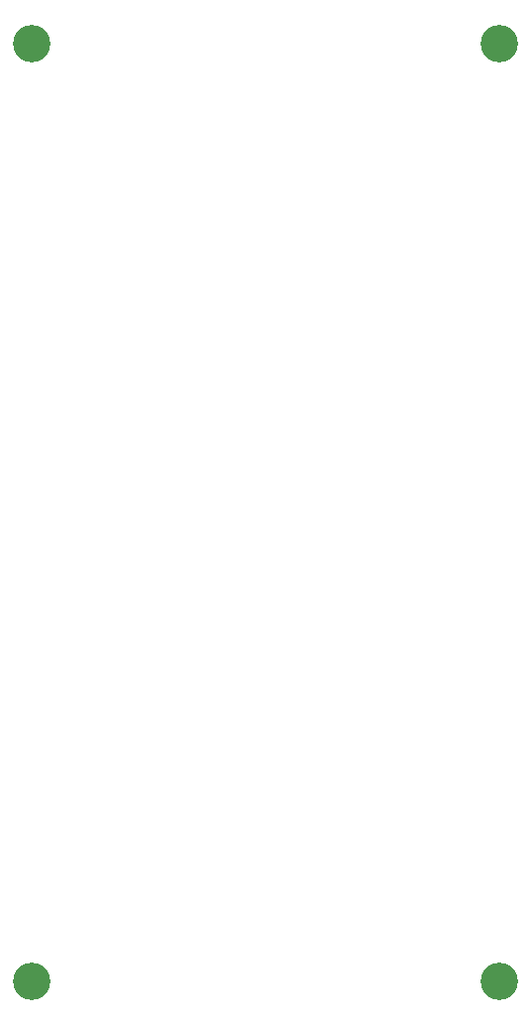
<source format=gbr>
%TF.GenerationSoftware,KiCad,Pcbnew,8.0.5*%
%TF.CreationDate,2024-10-10T20:45:18-06:00*%
%TF.ProjectId,PancakeCNCPCB,50616e63-616b-4654-934e-435043422e6b,rev?*%
%TF.SameCoordinates,Original*%
%TF.FileFunction,NonPlated,1,4,NPTH,Drill*%
%TF.FilePolarity,Positive*%
%FSLAX46Y46*%
G04 Gerber Fmt 4.6, Leading zero omitted, Abs format (unit mm)*
G04 Created by KiCad (PCBNEW 8.0.5) date 2024-10-10 20:45:18*
%MOMM*%
%LPD*%
G01*
G04 APERTURE LIST*
%TA.AperFunction,ComponentDrill*%
%ADD10C,3.200000*%
%TD*%
G04 APERTURE END LIST*
D10*
%TO.C,H4*%
X33000000Y-51000000D03*
%TO.C,H2*%
X33000000Y-131000000D03*
%TO.C,H3*%
X73000000Y-51000000D03*
%TO.C,H1*%
X73000000Y-131000000D03*
M02*

</source>
